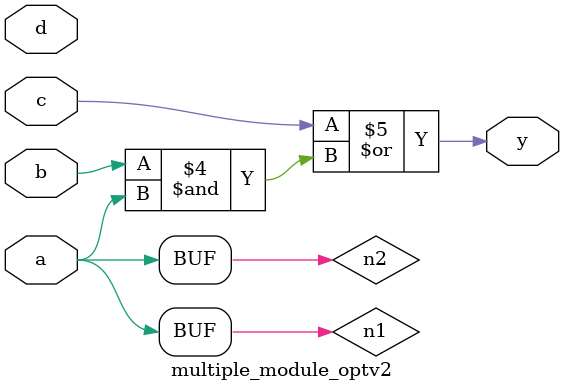
<source format=v>

module multiple_module_optv2(input a , input b , input c , input d , output y);
wire n1,n2,n3;

assign n1 = a & (1'b1); 
assign n2 = n1 ^ (1'b0);
assign n3 = b^d;

assign y = c | (b & n1); 


endmodule

</source>
